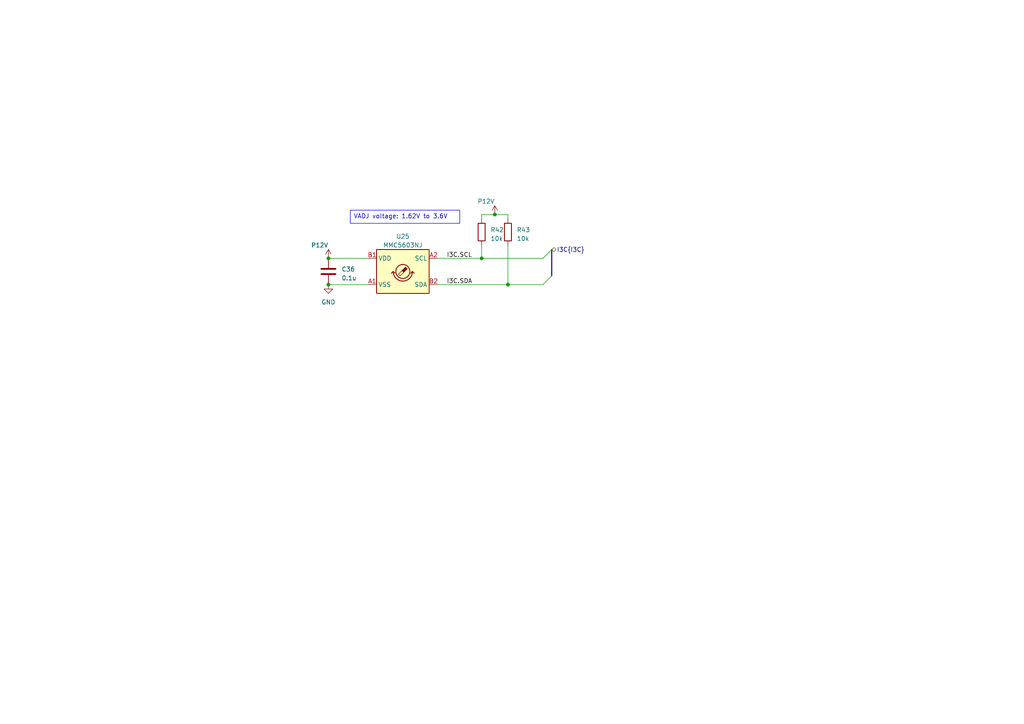
<source format=kicad_sch>
(kicad_sch (version 20230121) (generator eeschema)
  (paper "A4")
  (title_block (title "I3C/I2C") (date "2023-03-02") (rev "1.0.0") (company "CHIPS Alliance") (comment 1 "Rui Huang (2023-03-02)") (comment 2 "Rui Huang (2023-03-02)") (comment 4 "Rui Huang (2023-03-02)"))
  (lib_symbols
    (symbol "CHIPSAlliance_Sensor:MMC5603NJ"
      (property "Reference" "U" (at 7.62 3.81 0))
      (property "Value" "MMC5603NJ" (at 7.62 1.27 0))
      (symbol "MMC5603NJ_0_1"
        (polyline (pts (xy 4.826 -6.35) (xy 4.318 -6.858)) (stroke (width 0.254)))
        (polyline (pts (xy 4.826 -6.35) (xy 5.334 -6.858)) (stroke (width 0.254)))
        (polyline (pts (xy 10.414 -6.35) (xy 9.906 -6.858)) (stroke (width 0.254)))
        (polyline (pts (xy 10.414 -6.35) (xy 10.922 -6.858)) (stroke (width 0.254)))
        (rectangle (start 0 0) (end 15.24 -12.7) (stroke (width 0.254)) (fill (type background)))
        (arc (start 4.826 -6.35) (mid 7.62 -9.1319) (end 10.414 -6.35) (stroke (width 0.254)))
      )
      (symbol "MMC5603NJ_1_1"
        (polyline (pts (xy 7.874 -6.096) (xy 8.89 -7.112) (xy 8.382 -7.62) (xy 7.366 -6.604)))
        (polyline (pts (xy 6.858 -5.08) (xy 7.874 -6.096) (xy 7.366 -6.604) (xy 6.35 -5.588) (xy 6.604 -5.334) (xy 6.858 -5.08) (xy 6.985 -5.207)) (fill (type outline)))
        (circle (center 7.62 -6.35) (radius 2.032) (stroke (width 0.254)))
        (pin power_in line (at 17.78 -10.16 180) (length 2.54) (name "VSS") (number "A1"))
        (pin input line (at -2.54 -2.54 0) (length 2.54) (name "SCL") (number "A2"))
        (pin power_in line (at 17.78 -2.54 180) (length 2.54) (name "VDD") (number "B1"))
        (pin bidirectional line (at -2.54 -10.16 0) (length 2.54) (name "SDA") (number "B2"))
      )
    )
    (symbol "Device:C" (pin_numbers hide) (pin_names (offset 0.254))
      (property "Reference" "C" (at 0.635 2.54 0))
      (property "Value" "C" (at 0.635 -2.54 0))
      (symbol "C_0_1"
        (polyline (pts (xy -2.032 -0.762) (xy 2.032 -0.762)) (stroke (width 0.508)))
        (polyline (pts (xy -2.032 0.762) (xy 2.032 0.762)) (stroke (width 0.508)))
      )
      (symbol "C_1_1"
        (pin passive line (at 0 3.81 270) (length 2.794) (name "~") (number "1"))
        (pin passive line (at 0 -3.81 90) (length 2.794) (name "~") (number "2"))
      )
    )
    (symbol "Device:R" (pin_numbers hide) (pin_names (offset 0))
      (property "Reference" "R" (at 2.032 0 90))
      (property "Value" "R" (at 0 0 90))
      (symbol "R_0_1"
        (rectangle (start -1.016 -2.54) (end 1.016 2.54) (stroke (width 0.254)))
      )
      (symbol "R_1_1"
        (pin passive line (at 0 3.81 270) (length 1.27) (name "~") (number "1"))
        (pin passive line (at 0 -3.81 90) (length 1.27) (name "~") (number "2"))
      )
    )
    (symbol "power:GND" (power) (pin_names (offset 0))
      (property "Value" "GND" (at 0 -3.81 0))
      (symbol "GND_0_1"
        (polyline (pts (xy 0 0) (xy 0 -1.27) (xy 1.27 -1.27) (xy 0 -2.54) (xy -1.27 -1.27) (xy 0 -1.27)))
      )
      (symbol "GND_1_1"
        (pin power_in line (at 0 0 270) (length 0) hide (name "GND") (number "1"))
      )
    )
    (symbol "power:VDD" (power) (pin_names (offset 0))
      (property "Value" "VDD" (at 0 3.556 0))
      (symbol "VDD_0_1"
        (polyline (pts (xy -0.762 1.27) (xy 0 2.54)))
        (polyline (pts (xy 0 0) (xy 0 2.54)))
        (polyline (pts (xy 0 2.54) (xy 0.762 1.27)))
      )
      (symbol "VDD_1_1"
        (pin power_in line (at 0 0 90) (length 0) hide (name "P12V") (number "1"))
      )
    )
  )
  (bus_alias "I3C" (members "SCL" "SDA"))
  (junction (at 95.25 74.93))
  (junction (at 147.32 82.55))
  (junction (at 143.51 62.23))
  (junction (at 95.25 82.55))
  (junction (at 139.7 74.93))
  (bus_entry (at 157.48 82.55) (size 2.54 -2.54))
  (bus_entry (at 157.48 74.93) (size 2.54 -2.54))
  (wire (pts (xy 143.51 62.23) (xy 147.32 62.23)))
  (wire (pts (xy 139.7 62.23) (xy 143.51 62.23)))
  (wire (pts (xy 95.25 74.93) (xy 106.68 74.93)))
  (wire (pts (xy 147.32 63.5) (xy 147.32 62.23)))
  (bus (pts (xy 160.02 72.39) (xy 160.02 80.01)))
  (wire (pts (xy 139.7 63.5) (xy 139.7 62.23)))
  (wire (pts (xy 95.25 82.55) (xy 106.68 82.55)))
  (wire (pts (xy 139.7 71.12) (xy 139.7 74.93)))
  (wire (pts (xy 139.7 74.93) (xy 157.48 74.93)))
  (wire (pts (xy 127 82.55) (xy 147.32 82.55)))
  (wire (pts (xy 139.7 74.93) (xy 127 74.93)))
  (wire (pts (xy 147.32 71.12) (xy 147.32 82.55)))
  (wire (pts (xy 147.32 82.55) (xy 157.48 82.55)))
  (text_box "VADJ voltage: 1.62V to 3.6V" (at 101.6 60.96 0) (size 31.75 3.81) (effects (font (size 1.27 1.27)) (justify left top)))
  (label "I3C.SDA" (at 129.54 82.55 0))
  (label "I3C.SCL" (at 129.54 74.93 0))
  (hierarchical_label "I3C{I3C}" (shape bidirectional) (at 160.02 72.39 0))
  (symbol (lib_id "power:VDD") (at 95.25 74.93 0) (unit 1)
    (property "Reference" "#PWR01" (effects hide))
    (property "Value" "VADJ" (at 92.71 71.12 0))
    (instances (project "fmc_usb_gpio_spi_jtag" (path "" (reference "#PWR01") (unit 1)) (path "" (reference "#PWR083") (unit 1)) (path "" (reference "#PWR087") (unit 1)) (path "" (reference "#PWR0113") (unit 1)) (path "" (reference "#PWR0238") (unit 1)) (path "" (reference "#PWR0266") (unit 1))))
  )
  (symbol (lib_id "Device:R") (at 147.32 67.31 0) (unit 1)
    (property "Reference" "R43" (at 149.86 66.675 0) (effects (justify left)))
    (property "Value" "10k" (at 149.86 69.215 0) (effects (justify left)))
    (property "Footprint" "Resistor_SMD:R_0402_1005Metric" (effects hide))
    (instances (project "fmc_usb_gpio_spi_jtag" (path "" (reference "R43") (unit 1))) (project "compass_board" (path "" (reference "R2") (unit 1))))
  )
  (symbol (lib_id "Device:C") (at 95.25 78.74 0) (unit 1)
    (property "Reference" "C36" (at 99.06 78.105 0) (effects (justify left)))
    (property "Value" "0.1u" (at 99.06 80.645 0) (effects (justify left)))
    (property "Footprint" "Capacitor_SMD:C_0402_1005Metric" (effects hide))
    (instances (project "fmc_usb_gpio_spi_jtag" (path "" (reference "C36") (unit 1))) (project "compass_board" (path "" (reference "C1") (unit 1))))
  )
  (symbol (lib_id "power:GND") (at 95.25 82.55 0) (unit 1)
    (property "Reference" "#PWR0265" (effects hide))
    (property "Value" "GND" (at 95.25 87.63 0))
    (instances (project "fmc_usb_gpio_spi_jtag" (path "" (reference "#PWR0265") (unit 1))) (project "compass_board" (path "" (reference "#PWR012") (unit 1))))
  )
  (symbol (lib_id "CHIPSAlliance_Sensor:MMC5603NJ") (at 124.46 72.39 0) (mirror y) (unit 1)
    (property "Reference" "U25" (at 116.84 68.58 0))
    (property "Value" "MMC5603NJ" (at 116.84 71.12 0))
    (property "Footprint" "CHIPSAlliance_Sensor:WLP4_N40P2X2_80X80X52N" (effects hide))
    (property "Datasheet" "https://www.memsic.com/Public/Uploads/uploadfile/files/20220119/MMC5603NJDatasheetRev.B.pdf" (effects hide))
    (instances (project "fmc_usb_gpio_spi_jtag" (path "" (reference "U25") (unit 1))) (project "compass_board" (path "" (reference "U1") (unit 1))))
  )
  (symbol (lib_id "Device:R") (at 139.7 67.31 0) (unit 1)
    (property "Reference" "R42" (at 142.24 66.675 0) (effects (justify left)))
    (property "Value" "10k" (at 142.24 69.215 0) (effects (justify left)))
    (property "Footprint" "Resistor_SMD:R_0402_1005Metric" (effects hide))
    (instances (project "fmc_usb_gpio_spi_jtag" (path "" (reference "R42") (unit 1))) (project "compass_board" (path "" (reference "R1") (unit 1))))
  )
  (symbol (lib_id "power:VDD") (at 143.51 62.23 0) (unit 1)
    (property "Reference" "#PWR01" (effects hide))
    (property "Value" "VADJ" (at 140.97 58.42 0))
    (instances (project "fmc_usb_gpio_spi_jtag" (path "" (reference "#PWR01") (unit 1)) (path "" (reference "#PWR083") (unit 1)) (path "" (reference "#PWR087") (unit 1)) (path "" (reference "#PWR0113") (unit 1)) (path "" (reference "#PWR0238") (unit 1)) (path "" (reference "#PWR0264") (unit 1))))
  )
)
</source>
